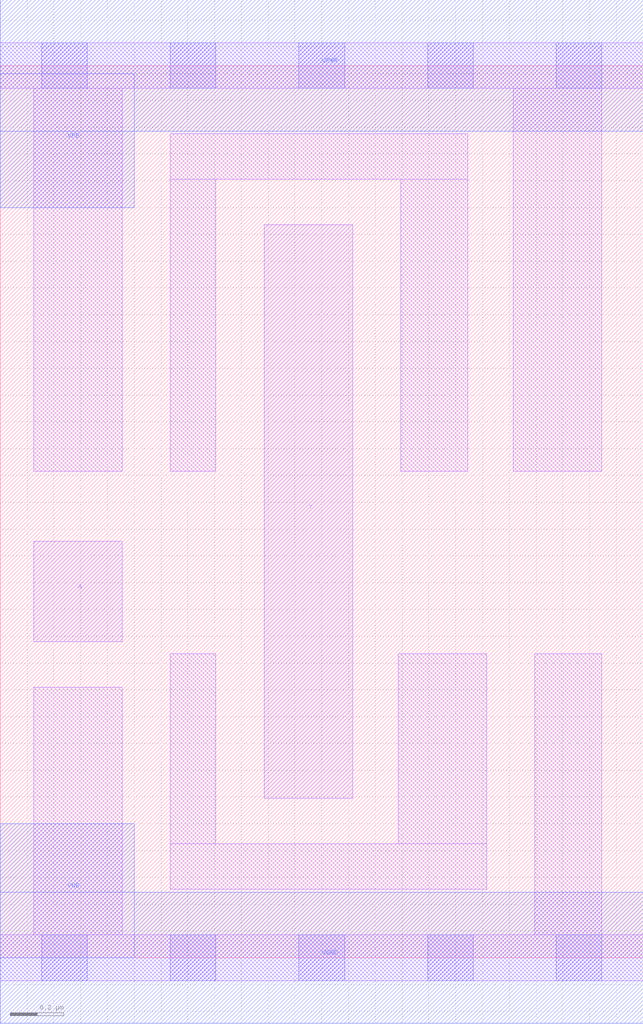
<source format=lef>
# Copyright 2020 The SkyWater PDK Authors
#
# Licensed under the Apache License, Version 2.0 (the "License");
# you may not use this file except in compliance with the License.
# You may obtain a copy of the License at
#
#     https://www.apache.org/licenses/LICENSE-2.0
#
# Unless required by applicable law or agreed to in writing, software
# distributed under the License is distributed on an "AS IS" BASIS,
# WITHOUT WARRANTIES OR CONDITIONS OF ANY KIND, either express or implied.
# See the License for the specific language governing permissions and
# limitations under the License.
#
# SPDX-License-Identifier: Apache-2.0

VERSION 5.5 ;
NAMESCASESENSITIVE ON ;
BUSBITCHARS "[]" ;
DIVIDERCHAR "/" ;
MACRO sky130_fd_sc_lp__invlp_2
  CLASS CORE ;
  SOURCE USER ;
  ORIGIN  0.000000  0.000000 ;
  SIZE  2.400000 BY  3.330000 ;
  SYMMETRY X Y R90 ;
  SITE unit ;
  PIN A
    ANTENNAGATEAREA  1.260000 ;
    DIRECTION INPUT ;
    USE SIGNAL ;
    PORT
      LAYER li1 ;
        RECT 0.125000 1.180000 0.455000 1.555000 ;
    END
  END A
  PIN Y
    ANTENNADIFFAREA  0.588000 ;
    DIRECTION OUTPUT ;
    USE SIGNAL ;
    PORT
      LAYER li1 ;
        RECT 0.985000 0.595000 1.315000 2.735000 ;
    END
  END Y
  PIN VGND
    DIRECTION INOUT ;
    USE GROUND ;
    PORT
      LAYER met1 ;
        RECT 0.000000 -0.245000 2.400000 0.245000 ;
    END
  END VGND
  PIN VNB
    DIRECTION INOUT ;
    USE GROUND ;
    PORT
      LAYER met1 ;
        RECT 0.000000 0.000000 0.500000 0.500000 ;
    END
  END VNB
  PIN VPB
    DIRECTION INOUT ;
    USE POWER ;
    PORT
      LAYER met1 ;
        RECT 0.000000 2.800000 0.500000 3.300000 ;
    END
  END VPB
  PIN VPWR
    DIRECTION INOUT ;
    USE POWER ;
    PORT
      LAYER met1 ;
        RECT 0.000000 3.085000 2.400000 3.575000 ;
    END
  END VPWR
  OBS
    LAYER li1 ;
      RECT 0.000000 -0.085000 2.400000 0.085000 ;
      RECT 0.000000  3.245000 2.400000 3.415000 ;
      RECT 0.125000  0.085000 0.455000 1.010000 ;
      RECT 0.125000  1.815000 0.455000 3.245000 ;
      RECT 0.635000  0.255000 1.815000 0.425000 ;
      RECT 0.635000  0.425000 0.805000 1.135000 ;
      RECT 0.635000  1.815000 0.805000 2.905000 ;
      RECT 0.635000  2.905000 1.745000 3.075000 ;
      RECT 1.485000  0.425000 1.815000 1.135000 ;
      RECT 1.495000  1.815000 1.745000 2.905000 ;
      RECT 1.915000  1.815000 2.245000 3.245000 ;
      RECT 1.995000  0.085000 2.245000 1.135000 ;
    LAYER mcon ;
      RECT 0.155000 -0.085000 0.325000 0.085000 ;
      RECT 0.155000  3.245000 0.325000 3.415000 ;
      RECT 0.635000 -0.085000 0.805000 0.085000 ;
      RECT 0.635000  3.245000 0.805000 3.415000 ;
      RECT 1.115000 -0.085000 1.285000 0.085000 ;
      RECT 1.115000  3.245000 1.285000 3.415000 ;
      RECT 1.595000 -0.085000 1.765000 0.085000 ;
      RECT 1.595000  3.245000 1.765000 3.415000 ;
      RECT 2.075000 -0.085000 2.245000 0.085000 ;
      RECT 2.075000  3.245000 2.245000 3.415000 ;
  END
END sky130_fd_sc_lp__invlp_2

</source>
